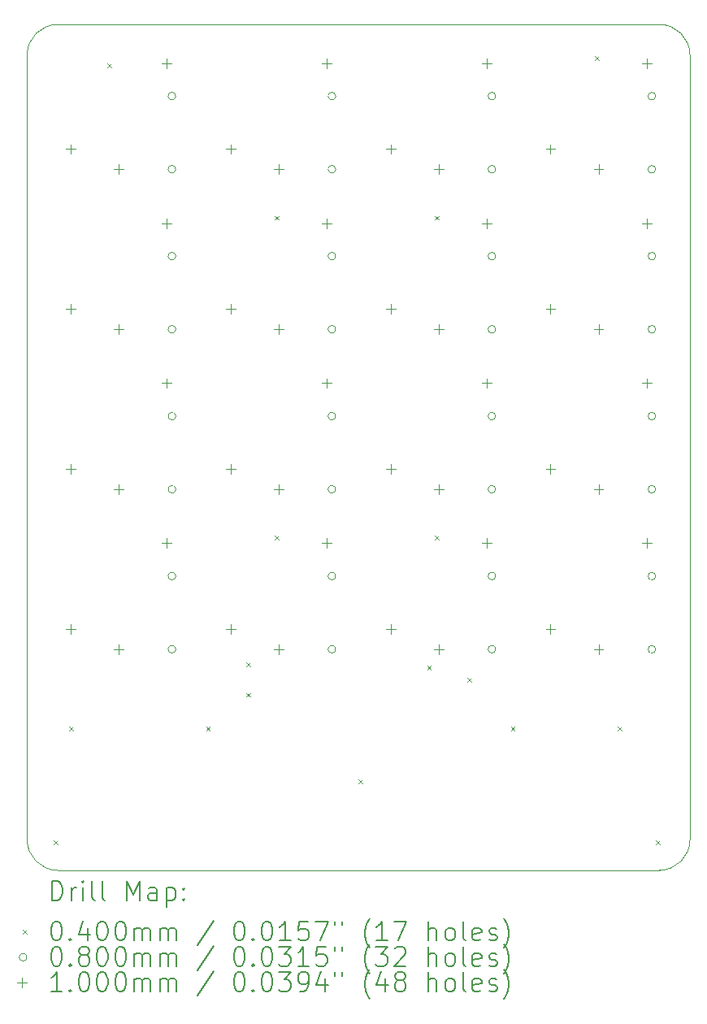
<source format=gbr>
%TF.GenerationSoftware,KiCad,Pcbnew,7.0.11*%
%TF.CreationDate,2024-09-14T12:46:11+02:00*%
%TF.ProjectId,macropad,6d616372-6f70-4616-942e-6b696361645f,rev?*%
%TF.SameCoordinates,Original*%
%TF.FileFunction,Drillmap*%
%TF.FilePolarity,Positive*%
%FSLAX45Y45*%
G04 Gerber Fmt 4.5, Leading zero omitted, Abs format (unit mm)*
G04 Created by KiCad (PCBNEW 7.0.11) date 2024-09-14 12:46:11*
%MOMM*%
%LPD*%
G01*
G04 APERTURE LIST*
%ADD10C,0.050000*%
%ADD11C,0.200000*%
%ADD12C,0.100000*%
G04 APERTURE END LIST*
D10*
X18673445Y-5287645D02*
X12402820Y-5287645D01*
X18673445Y-14098275D02*
G75*
G03*
X18990945Y-13780770I-5J317505D01*
G01*
X12085320Y-5605145D02*
X12085320Y-13780770D01*
X18990945Y-5605145D02*
G75*
G03*
X18673445Y-5287645I-317495J5D01*
G01*
X18990945Y-13780770D02*
X18990945Y-5605145D01*
X12085320Y-13780770D02*
G75*
G03*
X12402820Y-14098270I317510J10D01*
G01*
X12402820Y-14098270D02*
X18673445Y-14098270D01*
X12402820Y-5287650D02*
G75*
G03*
X12085320Y-5605145I0J-317500D01*
G01*
D11*
D12*
X12362500Y-13791250D02*
X12402500Y-13831250D01*
X12402500Y-13791250D02*
X12362500Y-13831250D01*
X12521250Y-12600625D02*
X12561250Y-12640625D01*
X12561250Y-12600625D02*
X12521250Y-12640625D01*
X12918125Y-5695000D02*
X12958125Y-5735000D01*
X12958125Y-5695000D02*
X12918125Y-5735000D01*
X13950000Y-12600625D02*
X13990000Y-12640625D01*
X13990000Y-12600625D02*
X13950000Y-12640625D01*
X14367195Y-11935145D02*
X14407195Y-11975145D01*
X14407195Y-11935145D02*
X14367195Y-11975145D01*
X14367195Y-12252645D02*
X14407195Y-12292645D01*
X14407195Y-12252645D02*
X14367195Y-12292645D01*
X14664375Y-7282500D02*
X14704375Y-7322500D01*
X14704375Y-7282500D02*
X14664375Y-7322500D01*
X14664375Y-10616250D02*
X14704375Y-10656250D01*
X14704375Y-10616250D02*
X14664375Y-10656250D01*
X15537500Y-13156250D02*
X15577500Y-13196250D01*
X15577500Y-13156250D02*
X15537500Y-13196250D01*
X16251875Y-11965625D02*
X16291875Y-12005625D01*
X16291875Y-11965625D02*
X16251875Y-12005625D01*
X16331250Y-7282500D02*
X16371250Y-7322500D01*
X16371250Y-7282500D02*
X16331250Y-7322500D01*
X16331250Y-10616250D02*
X16371250Y-10656250D01*
X16371250Y-10616250D02*
X16331250Y-10656250D01*
X16669070Y-12093895D02*
X16709070Y-12133895D01*
X16709070Y-12093895D02*
X16669070Y-12133895D01*
X17125000Y-12600625D02*
X17165000Y-12640625D01*
X17165000Y-12600625D02*
X17125000Y-12640625D01*
X17998125Y-5615625D02*
X18038125Y-5655625D01*
X18038125Y-5615625D02*
X17998125Y-5655625D01*
X18236250Y-12600625D02*
X18276250Y-12640625D01*
X18276250Y-12600625D02*
X18236250Y-12640625D01*
X18633125Y-13791250D02*
X18673125Y-13831250D01*
X18673125Y-13791250D02*
X18633125Y-13831250D01*
X13633445Y-6033770D02*
G75*
G03*
X13553445Y-6033770I-40000J0D01*
G01*
X13553445Y-6033770D02*
G75*
G03*
X13633445Y-6033770I40000J0D01*
G01*
X13633445Y-6795770D02*
G75*
G03*
X13553445Y-6795770I-40000J0D01*
G01*
X13553445Y-6795770D02*
G75*
G03*
X13633445Y-6795770I40000J0D01*
G01*
X13633445Y-7700645D02*
G75*
G03*
X13553445Y-7700645I-40000J0D01*
G01*
X13553445Y-7700645D02*
G75*
G03*
X13633445Y-7700645I40000J0D01*
G01*
X13633445Y-8462645D02*
G75*
G03*
X13553445Y-8462645I-40000J0D01*
G01*
X13553445Y-8462645D02*
G75*
G03*
X13633445Y-8462645I40000J0D01*
G01*
X13633445Y-9367520D02*
G75*
G03*
X13553445Y-9367520I-40000J0D01*
G01*
X13553445Y-9367520D02*
G75*
G03*
X13633445Y-9367520I40000J0D01*
G01*
X13633445Y-10129520D02*
G75*
G03*
X13553445Y-10129520I-40000J0D01*
G01*
X13553445Y-10129520D02*
G75*
G03*
X13633445Y-10129520I40000J0D01*
G01*
X13633445Y-11034395D02*
G75*
G03*
X13553445Y-11034395I-40000J0D01*
G01*
X13553445Y-11034395D02*
G75*
G03*
X13633445Y-11034395I40000J0D01*
G01*
X13633445Y-11796395D02*
G75*
G03*
X13553445Y-11796395I-40000J0D01*
G01*
X13553445Y-11796395D02*
G75*
G03*
X13633445Y-11796395I40000J0D01*
G01*
X15300320Y-6033770D02*
G75*
G03*
X15220320Y-6033770I-40000J0D01*
G01*
X15220320Y-6033770D02*
G75*
G03*
X15300320Y-6033770I40000J0D01*
G01*
X15300320Y-6795770D02*
G75*
G03*
X15220320Y-6795770I-40000J0D01*
G01*
X15220320Y-6795770D02*
G75*
G03*
X15300320Y-6795770I40000J0D01*
G01*
X15300320Y-7700645D02*
G75*
G03*
X15220320Y-7700645I-40000J0D01*
G01*
X15220320Y-7700645D02*
G75*
G03*
X15300320Y-7700645I40000J0D01*
G01*
X15300320Y-8462645D02*
G75*
G03*
X15220320Y-8462645I-40000J0D01*
G01*
X15220320Y-8462645D02*
G75*
G03*
X15300320Y-8462645I40000J0D01*
G01*
X15300320Y-9367520D02*
G75*
G03*
X15220320Y-9367520I-40000J0D01*
G01*
X15220320Y-9367520D02*
G75*
G03*
X15300320Y-9367520I40000J0D01*
G01*
X15300320Y-10129520D02*
G75*
G03*
X15220320Y-10129520I-40000J0D01*
G01*
X15220320Y-10129520D02*
G75*
G03*
X15300320Y-10129520I40000J0D01*
G01*
X15300320Y-11034395D02*
G75*
G03*
X15220320Y-11034395I-40000J0D01*
G01*
X15220320Y-11034395D02*
G75*
G03*
X15300320Y-11034395I40000J0D01*
G01*
X15300320Y-11796395D02*
G75*
G03*
X15220320Y-11796395I-40000J0D01*
G01*
X15220320Y-11796395D02*
G75*
G03*
X15300320Y-11796395I40000J0D01*
G01*
X16967195Y-6033770D02*
G75*
G03*
X16887195Y-6033770I-40000J0D01*
G01*
X16887195Y-6033770D02*
G75*
G03*
X16967195Y-6033770I40000J0D01*
G01*
X16967195Y-6795770D02*
G75*
G03*
X16887195Y-6795770I-40000J0D01*
G01*
X16887195Y-6795770D02*
G75*
G03*
X16967195Y-6795770I40000J0D01*
G01*
X16967195Y-7700645D02*
G75*
G03*
X16887195Y-7700645I-40000J0D01*
G01*
X16887195Y-7700645D02*
G75*
G03*
X16967195Y-7700645I40000J0D01*
G01*
X16967195Y-8462645D02*
G75*
G03*
X16887195Y-8462645I-40000J0D01*
G01*
X16887195Y-8462645D02*
G75*
G03*
X16967195Y-8462645I40000J0D01*
G01*
X16967195Y-9367520D02*
G75*
G03*
X16887195Y-9367520I-40000J0D01*
G01*
X16887195Y-9367520D02*
G75*
G03*
X16967195Y-9367520I40000J0D01*
G01*
X16967195Y-10129520D02*
G75*
G03*
X16887195Y-10129520I-40000J0D01*
G01*
X16887195Y-10129520D02*
G75*
G03*
X16967195Y-10129520I40000J0D01*
G01*
X16967195Y-11034395D02*
G75*
G03*
X16887195Y-11034395I-40000J0D01*
G01*
X16887195Y-11034395D02*
G75*
G03*
X16967195Y-11034395I40000J0D01*
G01*
X16967195Y-11796395D02*
G75*
G03*
X16887195Y-11796395I-40000J0D01*
G01*
X16887195Y-11796395D02*
G75*
G03*
X16967195Y-11796395I40000J0D01*
G01*
X18634070Y-6033770D02*
G75*
G03*
X18554070Y-6033770I-40000J0D01*
G01*
X18554070Y-6033770D02*
G75*
G03*
X18634070Y-6033770I40000J0D01*
G01*
X18634070Y-6795770D02*
G75*
G03*
X18554070Y-6795770I-40000J0D01*
G01*
X18554070Y-6795770D02*
G75*
G03*
X18634070Y-6795770I40000J0D01*
G01*
X18634070Y-7700645D02*
G75*
G03*
X18554070Y-7700645I-40000J0D01*
G01*
X18554070Y-7700645D02*
G75*
G03*
X18634070Y-7700645I40000J0D01*
G01*
X18634070Y-8462645D02*
G75*
G03*
X18554070Y-8462645I-40000J0D01*
G01*
X18554070Y-8462645D02*
G75*
G03*
X18634070Y-8462645I40000J0D01*
G01*
X18634070Y-9367520D02*
G75*
G03*
X18554070Y-9367520I-40000J0D01*
G01*
X18554070Y-9367520D02*
G75*
G03*
X18634070Y-9367520I40000J0D01*
G01*
X18634070Y-10129520D02*
G75*
G03*
X18554070Y-10129520I-40000J0D01*
G01*
X18554070Y-10129520D02*
G75*
G03*
X18634070Y-10129520I40000J0D01*
G01*
X18634070Y-11034395D02*
G75*
G03*
X18554070Y-11034395I-40000J0D01*
G01*
X18554070Y-11034395D02*
G75*
G03*
X18634070Y-11034395I40000J0D01*
G01*
X18634070Y-11796395D02*
G75*
G03*
X18554070Y-11796395I-40000J0D01*
G01*
X18554070Y-11796395D02*
G75*
G03*
X18634070Y-11796395I40000J0D01*
G01*
X12537820Y-6535770D02*
X12537820Y-6635770D01*
X12487820Y-6585770D02*
X12587820Y-6585770D01*
X12537820Y-8202645D02*
X12537820Y-8302645D01*
X12487820Y-8252645D02*
X12587820Y-8252645D01*
X12537820Y-9869520D02*
X12537820Y-9969520D01*
X12487820Y-9919520D02*
X12587820Y-9919520D01*
X12537820Y-11536395D02*
X12537820Y-11636395D01*
X12487820Y-11586395D02*
X12587820Y-11586395D01*
X13037820Y-6745770D02*
X13037820Y-6845770D01*
X12987820Y-6795770D02*
X13087820Y-6795770D01*
X13037820Y-8412645D02*
X13037820Y-8512645D01*
X12987820Y-8462645D02*
X13087820Y-8462645D01*
X13037820Y-10079520D02*
X13037820Y-10179520D01*
X12987820Y-10129520D02*
X13087820Y-10129520D01*
X13037820Y-11746395D02*
X13037820Y-11846395D01*
X12987820Y-11796395D02*
X13087820Y-11796395D01*
X13537820Y-5640770D02*
X13537820Y-5740770D01*
X13487820Y-5690770D02*
X13587820Y-5690770D01*
X13537820Y-7307645D02*
X13537820Y-7407645D01*
X13487820Y-7357645D02*
X13587820Y-7357645D01*
X13537820Y-8974520D02*
X13537820Y-9074520D01*
X13487820Y-9024520D02*
X13587820Y-9024520D01*
X13537820Y-10641395D02*
X13537820Y-10741395D01*
X13487820Y-10691395D02*
X13587820Y-10691395D01*
X14204695Y-6535770D02*
X14204695Y-6635770D01*
X14154695Y-6585770D02*
X14254695Y-6585770D01*
X14204695Y-8202645D02*
X14204695Y-8302645D01*
X14154695Y-8252645D02*
X14254695Y-8252645D01*
X14204695Y-9869520D02*
X14204695Y-9969520D01*
X14154695Y-9919520D02*
X14254695Y-9919520D01*
X14204695Y-11536395D02*
X14204695Y-11636395D01*
X14154695Y-11586395D02*
X14254695Y-11586395D01*
X14704695Y-6745770D02*
X14704695Y-6845770D01*
X14654695Y-6795770D02*
X14754695Y-6795770D01*
X14704695Y-8412645D02*
X14704695Y-8512645D01*
X14654695Y-8462645D02*
X14754695Y-8462645D01*
X14704695Y-10079520D02*
X14704695Y-10179520D01*
X14654695Y-10129520D02*
X14754695Y-10129520D01*
X14704695Y-11746395D02*
X14704695Y-11846395D01*
X14654695Y-11796395D02*
X14754695Y-11796395D01*
X15204695Y-5640770D02*
X15204695Y-5740770D01*
X15154695Y-5690770D02*
X15254695Y-5690770D01*
X15204695Y-7307645D02*
X15204695Y-7407645D01*
X15154695Y-7357645D02*
X15254695Y-7357645D01*
X15204695Y-8974520D02*
X15204695Y-9074520D01*
X15154695Y-9024520D02*
X15254695Y-9024520D01*
X15204695Y-10641395D02*
X15204695Y-10741395D01*
X15154695Y-10691395D02*
X15254695Y-10691395D01*
X15871570Y-6535770D02*
X15871570Y-6635770D01*
X15821570Y-6585770D02*
X15921570Y-6585770D01*
X15871570Y-8202645D02*
X15871570Y-8302645D01*
X15821570Y-8252645D02*
X15921570Y-8252645D01*
X15871570Y-9869520D02*
X15871570Y-9969520D01*
X15821570Y-9919520D02*
X15921570Y-9919520D01*
X15871570Y-11536395D02*
X15871570Y-11636395D01*
X15821570Y-11586395D02*
X15921570Y-11586395D01*
X16371570Y-6745770D02*
X16371570Y-6845770D01*
X16321570Y-6795770D02*
X16421570Y-6795770D01*
X16371570Y-8412645D02*
X16371570Y-8512645D01*
X16321570Y-8462645D02*
X16421570Y-8462645D01*
X16371570Y-10079520D02*
X16371570Y-10179520D01*
X16321570Y-10129520D02*
X16421570Y-10129520D01*
X16371570Y-11746395D02*
X16371570Y-11846395D01*
X16321570Y-11796395D02*
X16421570Y-11796395D01*
X16871570Y-5640770D02*
X16871570Y-5740770D01*
X16821570Y-5690770D02*
X16921570Y-5690770D01*
X16871570Y-7307645D02*
X16871570Y-7407645D01*
X16821570Y-7357645D02*
X16921570Y-7357645D01*
X16871570Y-8974520D02*
X16871570Y-9074520D01*
X16821570Y-9024520D02*
X16921570Y-9024520D01*
X16871570Y-10641395D02*
X16871570Y-10741395D01*
X16821570Y-10691395D02*
X16921570Y-10691395D01*
X17538445Y-6535770D02*
X17538445Y-6635770D01*
X17488445Y-6585770D02*
X17588445Y-6585770D01*
X17538445Y-8202645D02*
X17538445Y-8302645D01*
X17488445Y-8252645D02*
X17588445Y-8252645D01*
X17538445Y-9869520D02*
X17538445Y-9969520D01*
X17488445Y-9919520D02*
X17588445Y-9919520D01*
X17538445Y-11536395D02*
X17538445Y-11636395D01*
X17488445Y-11586395D02*
X17588445Y-11586395D01*
X18038445Y-6745770D02*
X18038445Y-6845770D01*
X17988445Y-6795770D02*
X18088445Y-6795770D01*
X18038445Y-8412645D02*
X18038445Y-8512645D01*
X17988445Y-8462645D02*
X18088445Y-8462645D01*
X18038445Y-10079520D02*
X18038445Y-10179520D01*
X17988445Y-10129520D02*
X18088445Y-10129520D01*
X18038445Y-11746395D02*
X18038445Y-11846395D01*
X17988445Y-11796395D02*
X18088445Y-11796395D01*
X18538445Y-5640770D02*
X18538445Y-5740770D01*
X18488445Y-5690770D02*
X18588445Y-5690770D01*
X18538445Y-7307645D02*
X18538445Y-7407645D01*
X18488445Y-7357645D02*
X18588445Y-7357645D01*
X18538445Y-8974520D02*
X18538445Y-9074520D01*
X18488445Y-9024520D02*
X18588445Y-9024520D01*
X18538445Y-10641395D02*
X18538445Y-10741395D01*
X18488445Y-10691395D02*
X18588445Y-10691395D01*
D11*
X12343597Y-14412254D02*
X12343597Y-14212254D01*
X12343597Y-14212254D02*
X12391216Y-14212254D01*
X12391216Y-14212254D02*
X12419787Y-14221778D01*
X12419787Y-14221778D02*
X12438835Y-14240825D01*
X12438835Y-14240825D02*
X12448359Y-14259873D01*
X12448359Y-14259873D02*
X12457882Y-14297968D01*
X12457882Y-14297968D02*
X12457882Y-14326539D01*
X12457882Y-14326539D02*
X12448359Y-14364635D01*
X12448359Y-14364635D02*
X12438835Y-14383682D01*
X12438835Y-14383682D02*
X12419787Y-14402730D01*
X12419787Y-14402730D02*
X12391216Y-14412254D01*
X12391216Y-14412254D02*
X12343597Y-14412254D01*
X12543597Y-14412254D02*
X12543597Y-14278920D01*
X12543597Y-14317016D02*
X12553121Y-14297968D01*
X12553121Y-14297968D02*
X12562644Y-14288444D01*
X12562644Y-14288444D02*
X12581692Y-14278920D01*
X12581692Y-14278920D02*
X12600740Y-14278920D01*
X12667406Y-14412254D02*
X12667406Y-14278920D01*
X12667406Y-14212254D02*
X12657882Y-14221778D01*
X12657882Y-14221778D02*
X12667406Y-14231301D01*
X12667406Y-14231301D02*
X12676930Y-14221778D01*
X12676930Y-14221778D02*
X12667406Y-14212254D01*
X12667406Y-14212254D02*
X12667406Y-14231301D01*
X12791216Y-14412254D02*
X12772168Y-14402730D01*
X12772168Y-14402730D02*
X12762644Y-14383682D01*
X12762644Y-14383682D02*
X12762644Y-14212254D01*
X12895978Y-14412254D02*
X12876930Y-14402730D01*
X12876930Y-14402730D02*
X12867406Y-14383682D01*
X12867406Y-14383682D02*
X12867406Y-14212254D01*
X13124549Y-14412254D02*
X13124549Y-14212254D01*
X13124549Y-14212254D02*
X13191216Y-14355111D01*
X13191216Y-14355111D02*
X13257882Y-14212254D01*
X13257882Y-14212254D02*
X13257882Y-14412254D01*
X13438835Y-14412254D02*
X13438835Y-14307492D01*
X13438835Y-14307492D02*
X13429311Y-14288444D01*
X13429311Y-14288444D02*
X13410263Y-14278920D01*
X13410263Y-14278920D02*
X13372168Y-14278920D01*
X13372168Y-14278920D02*
X13353121Y-14288444D01*
X13438835Y-14402730D02*
X13419787Y-14412254D01*
X13419787Y-14412254D02*
X13372168Y-14412254D01*
X13372168Y-14412254D02*
X13353121Y-14402730D01*
X13353121Y-14402730D02*
X13343597Y-14383682D01*
X13343597Y-14383682D02*
X13343597Y-14364635D01*
X13343597Y-14364635D02*
X13353121Y-14345587D01*
X13353121Y-14345587D02*
X13372168Y-14336063D01*
X13372168Y-14336063D02*
X13419787Y-14336063D01*
X13419787Y-14336063D02*
X13438835Y-14326539D01*
X13534073Y-14278920D02*
X13534073Y-14478920D01*
X13534073Y-14288444D02*
X13553121Y-14278920D01*
X13553121Y-14278920D02*
X13591216Y-14278920D01*
X13591216Y-14278920D02*
X13610263Y-14288444D01*
X13610263Y-14288444D02*
X13619787Y-14297968D01*
X13619787Y-14297968D02*
X13629311Y-14317016D01*
X13629311Y-14317016D02*
X13629311Y-14374158D01*
X13629311Y-14374158D02*
X13619787Y-14393206D01*
X13619787Y-14393206D02*
X13610263Y-14402730D01*
X13610263Y-14402730D02*
X13591216Y-14412254D01*
X13591216Y-14412254D02*
X13553121Y-14412254D01*
X13553121Y-14412254D02*
X13534073Y-14402730D01*
X13715025Y-14393206D02*
X13724549Y-14402730D01*
X13724549Y-14402730D02*
X13715025Y-14412254D01*
X13715025Y-14412254D02*
X13705502Y-14402730D01*
X13705502Y-14402730D02*
X13715025Y-14393206D01*
X13715025Y-14393206D02*
X13715025Y-14412254D01*
X13715025Y-14288444D02*
X13724549Y-14297968D01*
X13724549Y-14297968D02*
X13715025Y-14307492D01*
X13715025Y-14307492D02*
X13705502Y-14297968D01*
X13705502Y-14297968D02*
X13715025Y-14288444D01*
X13715025Y-14288444D02*
X13715025Y-14307492D01*
D12*
X12042820Y-14720770D02*
X12082820Y-14760770D01*
X12082820Y-14720770D02*
X12042820Y-14760770D01*
D11*
X12381692Y-14632254D02*
X12400740Y-14632254D01*
X12400740Y-14632254D02*
X12419787Y-14641778D01*
X12419787Y-14641778D02*
X12429311Y-14651301D01*
X12429311Y-14651301D02*
X12438835Y-14670349D01*
X12438835Y-14670349D02*
X12448359Y-14708444D01*
X12448359Y-14708444D02*
X12448359Y-14756063D01*
X12448359Y-14756063D02*
X12438835Y-14794158D01*
X12438835Y-14794158D02*
X12429311Y-14813206D01*
X12429311Y-14813206D02*
X12419787Y-14822730D01*
X12419787Y-14822730D02*
X12400740Y-14832254D01*
X12400740Y-14832254D02*
X12381692Y-14832254D01*
X12381692Y-14832254D02*
X12362644Y-14822730D01*
X12362644Y-14822730D02*
X12353121Y-14813206D01*
X12353121Y-14813206D02*
X12343597Y-14794158D01*
X12343597Y-14794158D02*
X12334073Y-14756063D01*
X12334073Y-14756063D02*
X12334073Y-14708444D01*
X12334073Y-14708444D02*
X12343597Y-14670349D01*
X12343597Y-14670349D02*
X12353121Y-14651301D01*
X12353121Y-14651301D02*
X12362644Y-14641778D01*
X12362644Y-14641778D02*
X12381692Y-14632254D01*
X12534073Y-14813206D02*
X12543597Y-14822730D01*
X12543597Y-14822730D02*
X12534073Y-14832254D01*
X12534073Y-14832254D02*
X12524549Y-14822730D01*
X12524549Y-14822730D02*
X12534073Y-14813206D01*
X12534073Y-14813206D02*
X12534073Y-14832254D01*
X12715025Y-14698920D02*
X12715025Y-14832254D01*
X12667406Y-14622730D02*
X12619787Y-14765587D01*
X12619787Y-14765587D02*
X12743597Y-14765587D01*
X12857882Y-14632254D02*
X12876930Y-14632254D01*
X12876930Y-14632254D02*
X12895978Y-14641778D01*
X12895978Y-14641778D02*
X12905502Y-14651301D01*
X12905502Y-14651301D02*
X12915025Y-14670349D01*
X12915025Y-14670349D02*
X12924549Y-14708444D01*
X12924549Y-14708444D02*
X12924549Y-14756063D01*
X12924549Y-14756063D02*
X12915025Y-14794158D01*
X12915025Y-14794158D02*
X12905502Y-14813206D01*
X12905502Y-14813206D02*
X12895978Y-14822730D01*
X12895978Y-14822730D02*
X12876930Y-14832254D01*
X12876930Y-14832254D02*
X12857882Y-14832254D01*
X12857882Y-14832254D02*
X12838835Y-14822730D01*
X12838835Y-14822730D02*
X12829311Y-14813206D01*
X12829311Y-14813206D02*
X12819787Y-14794158D01*
X12819787Y-14794158D02*
X12810263Y-14756063D01*
X12810263Y-14756063D02*
X12810263Y-14708444D01*
X12810263Y-14708444D02*
X12819787Y-14670349D01*
X12819787Y-14670349D02*
X12829311Y-14651301D01*
X12829311Y-14651301D02*
X12838835Y-14641778D01*
X12838835Y-14641778D02*
X12857882Y-14632254D01*
X13048359Y-14632254D02*
X13067406Y-14632254D01*
X13067406Y-14632254D02*
X13086454Y-14641778D01*
X13086454Y-14641778D02*
X13095978Y-14651301D01*
X13095978Y-14651301D02*
X13105502Y-14670349D01*
X13105502Y-14670349D02*
X13115025Y-14708444D01*
X13115025Y-14708444D02*
X13115025Y-14756063D01*
X13115025Y-14756063D02*
X13105502Y-14794158D01*
X13105502Y-14794158D02*
X13095978Y-14813206D01*
X13095978Y-14813206D02*
X13086454Y-14822730D01*
X13086454Y-14822730D02*
X13067406Y-14832254D01*
X13067406Y-14832254D02*
X13048359Y-14832254D01*
X13048359Y-14832254D02*
X13029311Y-14822730D01*
X13029311Y-14822730D02*
X13019787Y-14813206D01*
X13019787Y-14813206D02*
X13010263Y-14794158D01*
X13010263Y-14794158D02*
X13000740Y-14756063D01*
X13000740Y-14756063D02*
X13000740Y-14708444D01*
X13000740Y-14708444D02*
X13010263Y-14670349D01*
X13010263Y-14670349D02*
X13019787Y-14651301D01*
X13019787Y-14651301D02*
X13029311Y-14641778D01*
X13029311Y-14641778D02*
X13048359Y-14632254D01*
X13200740Y-14832254D02*
X13200740Y-14698920D01*
X13200740Y-14717968D02*
X13210263Y-14708444D01*
X13210263Y-14708444D02*
X13229311Y-14698920D01*
X13229311Y-14698920D02*
X13257883Y-14698920D01*
X13257883Y-14698920D02*
X13276930Y-14708444D01*
X13276930Y-14708444D02*
X13286454Y-14727492D01*
X13286454Y-14727492D02*
X13286454Y-14832254D01*
X13286454Y-14727492D02*
X13295978Y-14708444D01*
X13295978Y-14708444D02*
X13315025Y-14698920D01*
X13315025Y-14698920D02*
X13343597Y-14698920D01*
X13343597Y-14698920D02*
X13362644Y-14708444D01*
X13362644Y-14708444D02*
X13372168Y-14727492D01*
X13372168Y-14727492D02*
X13372168Y-14832254D01*
X13467406Y-14832254D02*
X13467406Y-14698920D01*
X13467406Y-14717968D02*
X13476930Y-14708444D01*
X13476930Y-14708444D02*
X13495978Y-14698920D01*
X13495978Y-14698920D02*
X13524549Y-14698920D01*
X13524549Y-14698920D02*
X13543597Y-14708444D01*
X13543597Y-14708444D02*
X13553121Y-14727492D01*
X13553121Y-14727492D02*
X13553121Y-14832254D01*
X13553121Y-14727492D02*
X13562644Y-14708444D01*
X13562644Y-14708444D02*
X13581692Y-14698920D01*
X13581692Y-14698920D02*
X13610263Y-14698920D01*
X13610263Y-14698920D02*
X13629311Y-14708444D01*
X13629311Y-14708444D02*
X13638835Y-14727492D01*
X13638835Y-14727492D02*
X13638835Y-14832254D01*
X14029311Y-14622730D02*
X13857883Y-14879873D01*
X14286454Y-14632254D02*
X14305502Y-14632254D01*
X14305502Y-14632254D02*
X14324549Y-14641778D01*
X14324549Y-14641778D02*
X14334073Y-14651301D01*
X14334073Y-14651301D02*
X14343597Y-14670349D01*
X14343597Y-14670349D02*
X14353121Y-14708444D01*
X14353121Y-14708444D02*
X14353121Y-14756063D01*
X14353121Y-14756063D02*
X14343597Y-14794158D01*
X14343597Y-14794158D02*
X14334073Y-14813206D01*
X14334073Y-14813206D02*
X14324549Y-14822730D01*
X14324549Y-14822730D02*
X14305502Y-14832254D01*
X14305502Y-14832254D02*
X14286454Y-14832254D01*
X14286454Y-14832254D02*
X14267406Y-14822730D01*
X14267406Y-14822730D02*
X14257883Y-14813206D01*
X14257883Y-14813206D02*
X14248359Y-14794158D01*
X14248359Y-14794158D02*
X14238835Y-14756063D01*
X14238835Y-14756063D02*
X14238835Y-14708444D01*
X14238835Y-14708444D02*
X14248359Y-14670349D01*
X14248359Y-14670349D02*
X14257883Y-14651301D01*
X14257883Y-14651301D02*
X14267406Y-14641778D01*
X14267406Y-14641778D02*
X14286454Y-14632254D01*
X14438835Y-14813206D02*
X14448359Y-14822730D01*
X14448359Y-14822730D02*
X14438835Y-14832254D01*
X14438835Y-14832254D02*
X14429311Y-14822730D01*
X14429311Y-14822730D02*
X14438835Y-14813206D01*
X14438835Y-14813206D02*
X14438835Y-14832254D01*
X14572168Y-14632254D02*
X14591216Y-14632254D01*
X14591216Y-14632254D02*
X14610264Y-14641778D01*
X14610264Y-14641778D02*
X14619787Y-14651301D01*
X14619787Y-14651301D02*
X14629311Y-14670349D01*
X14629311Y-14670349D02*
X14638835Y-14708444D01*
X14638835Y-14708444D02*
X14638835Y-14756063D01*
X14638835Y-14756063D02*
X14629311Y-14794158D01*
X14629311Y-14794158D02*
X14619787Y-14813206D01*
X14619787Y-14813206D02*
X14610264Y-14822730D01*
X14610264Y-14822730D02*
X14591216Y-14832254D01*
X14591216Y-14832254D02*
X14572168Y-14832254D01*
X14572168Y-14832254D02*
X14553121Y-14822730D01*
X14553121Y-14822730D02*
X14543597Y-14813206D01*
X14543597Y-14813206D02*
X14534073Y-14794158D01*
X14534073Y-14794158D02*
X14524549Y-14756063D01*
X14524549Y-14756063D02*
X14524549Y-14708444D01*
X14524549Y-14708444D02*
X14534073Y-14670349D01*
X14534073Y-14670349D02*
X14543597Y-14651301D01*
X14543597Y-14651301D02*
X14553121Y-14641778D01*
X14553121Y-14641778D02*
X14572168Y-14632254D01*
X14829311Y-14832254D02*
X14715026Y-14832254D01*
X14772168Y-14832254D02*
X14772168Y-14632254D01*
X14772168Y-14632254D02*
X14753121Y-14660825D01*
X14753121Y-14660825D02*
X14734073Y-14679873D01*
X14734073Y-14679873D02*
X14715026Y-14689397D01*
X15010264Y-14632254D02*
X14915026Y-14632254D01*
X14915026Y-14632254D02*
X14905502Y-14727492D01*
X14905502Y-14727492D02*
X14915026Y-14717968D01*
X14915026Y-14717968D02*
X14934073Y-14708444D01*
X14934073Y-14708444D02*
X14981692Y-14708444D01*
X14981692Y-14708444D02*
X15000740Y-14717968D01*
X15000740Y-14717968D02*
X15010264Y-14727492D01*
X15010264Y-14727492D02*
X15019787Y-14746539D01*
X15019787Y-14746539D02*
X15019787Y-14794158D01*
X15019787Y-14794158D02*
X15010264Y-14813206D01*
X15010264Y-14813206D02*
X15000740Y-14822730D01*
X15000740Y-14822730D02*
X14981692Y-14832254D01*
X14981692Y-14832254D02*
X14934073Y-14832254D01*
X14934073Y-14832254D02*
X14915026Y-14822730D01*
X14915026Y-14822730D02*
X14905502Y-14813206D01*
X15086454Y-14632254D02*
X15219787Y-14632254D01*
X15219787Y-14632254D02*
X15134073Y-14832254D01*
X15286454Y-14632254D02*
X15286454Y-14670349D01*
X15362645Y-14632254D02*
X15362645Y-14670349D01*
X15657883Y-14908444D02*
X15648359Y-14898920D01*
X15648359Y-14898920D02*
X15629311Y-14870349D01*
X15629311Y-14870349D02*
X15619788Y-14851301D01*
X15619788Y-14851301D02*
X15610264Y-14822730D01*
X15610264Y-14822730D02*
X15600740Y-14775111D01*
X15600740Y-14775111D02*
X15600740Y-14737016D01*
X15600740Y-14737016D02*
X15610264Y-14689397D01*
X15610264Y-14689397D02*
X15619788Y-14660825D01*
X15619788Y-14660825D02*
X15629311Y-14641778D01*
X15629311Y-14641778D02*
X15648359Y-14613206D01*
X15648359Y-14613206D02*
X15657883Y-14603682D01*
X15838835Y-14832254D02*
X15724549Y-14832254D01*
X15781692Y-14832254D02*
X15781692Y-14632254D01*
X15781692Y-14632254D02*
X15762645Y-14660825D01*
X15762645Y-14660825D02*
X15743597Y-14679873D01*
X15743597Y-14679873D02*
X15724549Y-14689397D01*
X15905502Y-14632254D02*
X16038835Y-14632254D01*
X16038835Y-14632254D02*
X15953121Y-14832254D01*
X16267407Y-14832254D02*
X16267407Y-14632254D01*
X16353121Y-14832254D02*
X16353121Y-14727492D01*
X16353121Y-14727492D02*
X16343597Y-14708444D01*
X16343597Y-14708444D02*
X16324550Y-14698920D01*
X16324550Y-14698920D02*
X16295978Y-14698920D01*
X16295978Y-14698920D02*
X16276930Y-14708444D01*
X16276930Y-14708444D02*
X16267407Y-14717968D01*
X16476930Y-14832254D02*
X16457883Y-14822730D01*
X16457883Y-14822730D02*
X16448359Y-14813206D01*
X16448359Y-14813206D02*
X16438835Y-14794158D01*
X16438835Y-14794158D02*
X16438835Y-14737016D01*
X16438835Y-14737016D02*
X16448359Y-14717968D01*
X16448359Y-14717968D02*
X16457883Y-14708444D01*
X16457883Y-14708444D02*
X16476930Y-14698920D01*
X16476930Y-14698920D02*
X16505502Y-14698920D01*
X16505502Y-14698920D02*
X16524550Y-14708444D01*
X16524550Y-14708444D02*
X16534073Y-14717968D01*
X16534073Y-14717968D02*
X16543597Y-14737016D01*
X16543597Y-14737016D02*
X16543597Y-14794158D01*
X16543597Y-14794158D02*
X16534073Y-14813206D01*
X16534073Y-14813206D02*
X16524550Y-14822730D01*
X16524550Y-14822730D02*
X16505502Y-14832254D01*
X16505502Y-14832254D02*
X16476930Y-14832254D01*
X16657883Y-14832254D02*
X16638835Y-14822730D01*
X16638835Y-14822730D02*
X16629311Y-14803682D01*
X16629311Y-14803682D02*
X16629311Y-14632254D01*
X16810264Y-14822730D02*
X16791216Y-14832254D01*
X16791216Y-14832254D02*
X16753121Y-14832254D01*
X16753121Y-14832254D02*
X16734073Y-14822730D01*
X16734073Y-14822730D02*
X16724550Y-14803682D01*
X16724550Y-14803682D02*
X16724550Y-14727492D01*
X16724550Y-14727492D02*
X16734073Y-14708444D01*
X16734073Y-14708444D02*
X16753121Y-14698920D01*
X16753121Y-14698920D02*
X16791216Y-14698920D01*
X16791216Y-14698920D02*
X16810264Y-14708444D01*
X16810264Y-14708444D02*
X16819788Y-14727492D01*
X16819788Y-14727492D02*
X16819788Y-14746539D01*
X16819788Y-14746539D02*
X16724550Y-14765587D01*
X16895978Y-14822730D02*
X16915026Y-14832254D01*
X16915026Y-14832254D02*
X16953121Y-14832254D01*
X16953121Y-14832254D02*
X16972169Y-14822730D01*
X16972169Y-14822730D02*
X16981693Y-14803682D01*
X16981693Y-14803682D02*
X16981693Y-14794158D01*
X16981693Y-14794158D02*
X16972169Y-14775111D01*
X16972169Y-14775111D02*
X16953121Y-14765587D01*
X16953121Y-14765587D02*
X16924550Y-14765587D01*
X16924550Y-14765587D02*
X16905502Y-14756063D01*
X16905502Y-14756063D02*
X16895978Y-14737016D01*
X16895978Y-14737016D02*
X16895978Y-14727492D01*
X16895978Y-14727492D02*
X16905502Y-14708444D01*
X16905502Y-14708444D02*
X16924550Y-14698920D01*
X16924550Y-14698920D02*
X16953121Y-14698920D01*
X16953121Y-14698920D02*
X16972169Y-14708444D01*
X17048359Y-14908444D02*
X17057883Y-14898920D01*
X17057883Y-14898920D02*
X17076931Y-14870349D01*
X17076931Y-14870349D02*
X17086454Y-14851301D01*
X17086454Y-14851301D02*
X17095978Y-14822730D01*
X17095978Y-14822730D02*
X17105502Y-14775111D01*
X17105502Y-14775111D02*
X17105502Y-14737016D01*
X17105502Y-14737016D02*
X17095978Y-14689397D01*
X17095978Y-14689397D02*
X17086454Y-14660825D01*
X17086454Y-14660825D02*
X17076931Y-14641778D01*
X17076931Y-14641778D02*
X17057883Y-14613206D01*
X17057883Y-14613206D02*
X17048359Y-14603682D01*
D12*
X12082820Y-15004770D02*
G75*
G03*
X12002820Y-15004770I-40000J0D01*
G01*
X12002820Y-15004770D02*
G75*
G03*
X12082820Y-15004770I40000J0D01*
G01*
D11*
X12381692Y-14896254D02*
X12400740Y-14896254D01*
X12400740Y-14896254D02*
X12419787Y-14905778D01*
X12419787Y-14905778D02*
X12429311Y-14915301D01*
X12429311Y-14915301D02*
X12438835Y-14934349D01*
X12438835Y-14934349D02*
X12448359Y-14972444D01*
X12448359Y-14972444D02*
X12448359Y-15020063D01*
X12448359Y-15020063D02*
X12438835Y-15058158D01*
X12438835Y-15058158D02*
X12429311Y-15077206D01*
X12429311Y-15077206D02*
X12419787Y-15086730D01*
X12419787Y-15086730D02*
X12400740Y-15096254D01*
X12400740Y-15096254D02*
X12381692Y-15096254D01*
X12381692Y-15096254D02*
X12362644Y-15086730D01*
X12362644Y-15086730D02*
X12353121Y-15077206D01*
X12353121Y-15077206D02*
X12343597Y-15058158D01*
X12343597Y-15058158D02*
X12334073Y-15020063D01*
X12334073Y-15020063D02*
X12334073Y-14972444D01*
X12334073Y-14972444D02*
X12343597Y-14934349D01*
X12343597Y-14934349D02*
X12353121Y-14915301D01*
X12353121Y-14915301D02*
X12362644Y-14905778D01*
X12362644Y-14905778D02*
X12381692Y-14896254D01*
X12534073Y-15077206D02*
X12543597Y-15086730D01*
X12543597Y-15086730D02*
X12534073Y-15096254D01*
X12534073Y-15096254D02*
X12524549Y-15086730D01*
X12524549Y-15086730D02*
X12534073Y-15077206D01*
X12534073Y-15077206D02*
X12534073Y-15096254D01*
X12657882Y-14981968D02*
X12638835Y-14972444D01*
X12638835Y-14972444D02*
X12629311Y-14962920D01*
X12629311Y-14962920D02*
X12619787Y-14943873D01*
X12619787Y-14943873D02*
X12619787Y-14934349D01*
X12619787Y-14934349D02*
X12629311Y-14915301D01*
X12629311Y-14915301D02*
X12638835Y-14905778D01*
X12638835Y-14905778D02*
X12657882Y-14896254D01*
X12657882Y-14896254D02*
X12695978Y-14896254D01*
X12695978Y-14896254D02*
X12715025Y-14905778D01*
X12715025Y-14905778D02*
X12724549Y-14915301D01*
X12724549Y-14915301D02*
X12734073Y-14934349D01*
X12734073Y-14934349D02*
X12734073Y-14943873D01*
X12734073Y-14943873D02*
X12724549Y-14962920D01*
X12724549Y-14962920D02*
X12715025Y-14972444D01*
X12715025Y-14972444D02*
X12695978Y-14981968D01*
X12695978Y-14981968D02*
X12657882Y-14981968D01*
X12657882Y-14981968D02*
X12638835Y-14991492D01*
X12638835Y-14991492D02*
X12629311Y-15001016D01*
X12629311Y-15001016D02*
X12619787Y-15020063D01*
X12619787Y-15020063D02*
X12619787Y-15058158D01*
X12619787Y-15058158D02*
X12629311Y-15077206D01*
X12629311Y-15077206D02*
X12638835Y-15086730D01*
X12638835Y-15086730D02*
X12657882Y-15096254D01*
X12657882Y-15096254D02*
X12695978Y-15096254D01*
X12695978Y-15096254D02*
X12715025Y-15086730D01*
X12715025Y-15086730D02*
X12724549Y-15077206D01*
X12724549Y-15077206D02*
X12734073Y-15058158D01*
X12734073Y-15058158D02*
X12734073Y-15020063D01*
X12734073Y-15020063D02*
X12724549Y-15001016D01*
X12724549Y-15001016D02*
X12715025Y-14991492D01*
X12715025Y-14991492D02*
X12695978Y-14981968D01*
X12857882Y-14896254D02*
X12876930Y-14896254D01*
X12876930Y-14896254D02*
X12895978Y-14905778D01*
X12895978Y-14905778D02*
X12905502Y-14915301D01*
X12905502Y-14915301D02*
X12915025Y-14934349D01*
X12915025Y-14934349D02*
X12924549Y-14972444D01*
X12924549Y-14972444D02*
X12924549Y-15020063D01*
X12924549Y-15020063D02*
X12915025Y-15058158D01*
X12915025Y-15058158D02*
X12905502Y-15077206D01*
X12905502Y-15077206D02*
X12895978Y-15086730D01*
X12895978Y-15086730D02*
X12876930Y-15096254D01*
X12876930Y-15096254D02*
X12857882Y-15096254D01*
X12857882Y-15096254D02*
X12838835Y-15086730D01*
X12838835Y-15086730D02*
X12829311Y-15077206D01*
X12829311Y-15077206D02*
X12819787Y-15058158D01*
X12819787Y-15058158D02*
X12810263Y-15020063D01*
X12810263Y-15020063D02*
X12810263Y-14972444D01*
X12810263Y-14972444D02*
X12819787Y-14934349D01*
X12819787Y-14934349D02*
X12829311Y-14915301D01*
X12829311Y-14915301D02*
X12838835Y-14905778D01*
X12838835Y-14905778D02*
X12857882Y-14896254D01*
X13048359Y-14896254D02*
X13067406Y-14896254D01*
X13067406Y-14896254D02*
X13086454Y-14905778D01*
X13086454Y-14905778D02*
X13095978Y-14915301D01*
X13095978Y-14915301D02*
X13105502Y-14934349D01*
X13105502Y-14934349D02*
X13115025Y-14972444D01*
X13115025Y-14972444D02*
X13115025Y-15020063D01*
X13115025Y-15020063D02*
X13105502Y-15058158D01*
X13105502Y-15058158D02*
X13095978Y-15077206D01*
X13095978Y-15077206D02*
X13086454Y-15086730D01*
X13086454Y-15086730D02*
X13067406Y-15096254D01*
X13067406Y-15096254D02*
X13048359Y-15096254D01*
X13048359Y-15096254D02*
X13029311Y-15086730D01*
X13029311Y-15086730D02*
X13019787Y-15077206D01*
X13019787Y-15077206D02*
X13010263Y-15058158D01*
X13010263Y-15058158D02*
X13000740Y-15020063D01*
X13000740Y-15020063D02*
X13000740Y-14972444D01*
X13000740Y-14972444D02*
X13010263Y-14934349D01*
X13010263Y-14934349D02*
X13019787Y-14915301D01*
X13019787Y-14915301D02*
X13029311Y-14905778D01*
X13029311Y-14905778D02*
X13048359Y-14896254D01*
X13200740Y-15096254D02*
X13200740Y-14962920D01*
X13200740Y-14981968D02*
X13210263Y-14972444D01*
X13210263Y-14972444D02*
X13229311Y-14962920D01*
X13229311Y-14962920D02*
X13257883Y-14962920D01*
X13257883Y-14962920D02*
X13276930Y-14972444D01*
X13276930Y-14972444D02*
X13286454Y-14991492D01*
X13286454Y-14991492D02*
X13286454Y-15096254D01*
X13286454Y-14991492D02*
X13295978Y-14972444D01*
X13295978Y-14972444D02*
X13315025Y-14962920D01*
X13315025Y-14962920D02*
X13343597Y-14962920D01*
X13343597Y-14962920D02*
X13362644Y-14972444D01*
X13362644Y-14972444D02*
X13372168Y-14991492D01*
X13372168Y-14991492D02*
X13372168Y-15096254D01*
X13467406Y-15096254D02*
X13467406Y-14962920D01*
X13467406Y-14981968D02*
X13476930Y-14972444D01*
X13476930Y-14972444D02*
X13495978Y-14962920D01*
X13495978Y-14962920D02*
X13524549Y-14962920D01*
X13524549Y-14962920D02*
X13543597Y-14972444D01*
X13543597Y-14972444D02*
X13553121Y-14991492D01*
X13553121Y-14991492D02*
X13553121Y-15096254D01*
X13553121Y-14991492D02*
X13562644Y-14972444D01*
X13562644Y-14972444D02*
X13581692Y-14962920D01*
X13581692Y-14962920D02*
X13610263Y-14962920D01*
X13610263Y-14962920D02*
X13629311Y-14972444D01*
X13629311Y-14972444D02*
X13638835Y-14991492D01*
X13638835Y-14991492D02*
X13638835Y-15096254D01*
X14029311Y-14886730D02*
X13857883Y-15143873D01*
X14286454Y-14896254D02*
X14305502Y-14896254D01*
X14305502Y-14896254D02*
X14324549Y-14905778D01*
X14324549Y-14905778D02*
X14334073Y-14915301D01*
X14334073Y-14915301D02*
X14343597Y-14934349D01*
X14343597Y-14934349D02*
X14353121Y-14972444D01*
X14353121Y-14972444D02*
X14353121Y-15020063D01*
X14353121Y-15020063D02*
X14343597Y-15058158D01*
X14343597Y-15058158D02*
X14334073Y-15077206D01*
X14334073Y-15077206D02*
X14324549Y-15086730D01*
X14324549Y-15086730D02*
X14305502Y-15096254D01*
X14305502Y-15096254D02*
X14286454Y-15096254D01*
X14286454Y-15096254D02*
X14267406Y-15086730D01*
X14267406Y-15086730D02*
X14257883Y-15077206D01*
X14257883Y-15077206D02*
X14248359Y-15058158D01*
X14248359Y-15058158D02*
X14238835Y-15020063D01*
X14238835Y-15020063D02*
X14238835Y-14972444D01*
X14238835Y-14972444D02*
X14248359Y-14934349D01*
X14248359Y-14934349D02*
X14257883Y-14915301D01*
X14257883Y-14915301D02*
X14267406Y-14905778D01*
X14267406Y-14905778D02*
X14286454Y-14896254D01*
X14438835Y-15077206D02*
X14448359Y-15086730D01*
X14448359Y-15086730D02*
X14438835Y-15096254D01*
X14438835Y-15096254D02*
X14429311Y-15086730D01*
X14429311Y-15086730D02*
X14438835Y-15077206D01*
X14438835Y-15077206D02*
X14438835Y-15096254D01*
X14572168Y-14896254D02*
X14591216Y-14896254D01*
X14591216Y-14896254D02*
X14610264Y-14905778D01*
X14610264Y-14905778D02*
X14619787Y-14915301D01*
X14619787Y-14915301D02*
X14629311Y-14934349D01*
X14629311Y-14934349D02*
X14638835Y-14972444D01*
X14638835Y-14972444D02*
X14638835Y-15020063D01*
X14638835Y-15020063D02*
X14629311Y-15058158D01*
X14629311Y-15058158D02*
X14619787Y-15077206D01*
X14619787Y-15077206D02*
X14610264Y-15086730D01*
X14610264Y-15086730D02*
X14591216Y-15096254D01*
X14591216Y-15096254D02*
X14572168Y-15096254D01*
X14572168Y-15096254D02*
X14553121Y-15086730D01*
X14553121Y-15086730D02*
X14543597Y-15077206D01*
X14543597Y-15077206D02*
X14534073Y-15058158D01*
X14534073Y-15058158D02*
X14524549Y-15020063D01*
X14524549Y-15020063D02*
X14524549Y-14972444D01*
X14524549Y-14972444D02*
X14534073Y-14934349D01*
X14534073Y-14934349D02*
X14543597Y-14915301D01*
X14543597Y-14915301D02*
X14553121Y-14905778D01*
X14553121Y-14905778D02*
X14572168Y-14896254D01*
X14705502Y-14896254D02*
X14829311Y-14896254D01*
X14829311Y-14896254D02*
X14762645Y-14972444D01*
X14762645Y-14972444D02*
X14791216Y-14972444D01*
X14791216Y-14972444D02*
X14810264Y-14981968D01*
X14810264Y-14981968D02*
X14819787Y-14991492D01*
X14819787Y-14991492D02*
X14829311Y-15010539D01*
X14829311Y-15010539D02*
X14829311Y-15058158D01*
X14829311Y-15058158D02*
X14819787Y-15077206D01*
X14819787Y-15077206D02*
X14810264Y-15086730D01*
X14810264Y-15086730D02*
X14791216Y-15096254D01*
X14791216Y-15096254D02*
X14734073Y-15096254D01*
X14734073Y-15096254D02*
X14715026Y-15086730D01*
X14715026Y-15086730D02*
X14705502Y-15077206D01*
X15019787Y-15096254D02*
X14905502Y-15096254D01*
X14962645Y-15096254D02*
X14962645Y-14896254D01*
X14962645Y-14896254D02*
X14943597Y-14924825D01*
X14943597Y-14924825D02*
X14924549Y-14943873D01*
X14924549Y-14943873D02*
X14905502Y-14953397D01*
X15200740Y-14896254D02*
X15105502Y-14896254D01*
X15105502Y-14896254D02*
X15095978Y-14991492D01*
X15095978Y-14991492D02*
X15105502Y-14981968D01*
X15105502Y-14981968D02*
X15124549Y-14972444D01*
X15124549Y-14972444D02*
X15172168Y-14972444D01*
X15172168Y-14972444D02*
X15191216Y-14981968D01*
X15191216Y-14981968D02*
X15200740Y-14991492D01*
X15200740Y-14991492D02*
X15210264Y-15010539D01*
X15210264Y-15010539D02*
X15210264Y-15058158D01*
X15210264Y-15058158D02*
X15200740Y-15077206D01*
X15200740Y-15077206D02*
X15191216Y-15086730D01*
X15191216Y-15086730D02*
X15172168Y-15096254D01*
X15172168Y-15096254D02*
X15124549Y-15096254D01*
X15124549Y-15096254D02*
X15105502Y-15086730D01*
X15105502Y-15086730D02*
X15095978Y-15077206D01*
X15286454Y-14896254D02*
X15286454Y-14934349D01*
X15362645Y-14896254D02*
X15362645Y-14934349D01*
X15657883Y-15172444D02*
X15648359Y-15162920D01*
X15648359Y-15162920D02*
X15629311Y-15134349D01*
X15629311Y-15134349D02*
X15619788Y-15115301D01*
X15619788Y-15115301D02*
X15610264Y-15086730D01*
X15610264Y-15086730D02*
X15600740Y-15039111D01*
X15600740Y-15039111D02*
X15600740Y-15001016D01*
X15600740Y-15001016D02*
X15610264Y-14953397D01*
X15610264Y-14953397D02*
X15619788Y-14924825D01*
X15619788Y-14924825D02*
X15629311Y-14905778D01*
X15629311Y-14905778D02*
X15648359Y-14877206D01*
X15648359Y-14877206D02*
X15657883Y-14867682D01*
X15715026Y-14896254D02*
X15838835Y-14896254D01*
X15838835Y-14896254D02*
X15772168Y-14972444D01*
X15772168Y-14972444D02*
X15800740Y-14972444D01*
X15800740Y-14972444D02*
X15819788Y-14981968D01*
X15819788Y-14981968D02*
X15829311Y-14991492D01*
X15829311Y-14991492D02*
X15838835Y-15010539D01*
X15838835Y-15010539D02*
X15838835Y-15058158D01*
X15838835Y-15058158D02*
X15829311Y-15077206D01*
X15829311Y-15077206D02*
X15819788Y-15086730D01*
X15819788Y-15086730D02*
X15800740Y-15096254D01*
X15800740Y-15096254D02*
X15743597Y-15096254D01*
X15743597Y-15096254D02*
X15724549Y-15086730D01*
X15724549Y-15086730D02*
X15715026Y-15077206D01*
X15915026Y-14915301D02*
X15924549Y-14905778D01*
X15924549Y-14905778D02*
X15943597Y-14896254D01*
X15943597Y-14896254D02*
X15991216Y-14896254D01*
X15991216Y-14896254D02*
X16010264Y-14905778D01*
X16010264Y-14905778D02*
X16019788Y-14915301D01*
X16019788Y-14915301D02*
X16029311Y-14934349D01*
X16029311Y-14934349D02*
X16029311Y-14953397D01*
X16029311Y-14953397D02*
X16019788Y-14981968D01*
X16019788Y-14981968D02*
X15905502Y-15096254D01*
X15905502Y-15096254D02*
X16029311Y-15096254D01*
X16267407Y-15096254D02*
X16267407Y-14896254D01*
X16353121Y-15096254D02*
X16353121Y-14991492D01*
X16353121Y-14991492D02*
X16343597Y-14972444D01*
X16343597Y-14972444D02*
X16324550Y-14962920D01*
X16324550Y-14962920D02*
X16295978Y-14962920D01*
X16295978Y-14962920D02*
X16276930Y-14972444D01*
X16276930Y-14972444D02*
X16267407Y-14981968D01*
X16476930Y-15096254D02*
X16457883Y-15086730D01*
X16457883Y-15086730D02*
X16448359Y-15077206D01*
X16448359Y-15077206D02*
X16438835Y-15058158D01*
X16438835Y-15058158D02*
X16438835Y-15001016D01*
X16438835Y-15001016D02*
X16448359Y-14981968D01*
X16448359Y-14981968D02*
X16457883Y-14972444D01*
X16457883Y-14972444D02*
X16476930Y-14962920D01*
X16476930Y-14962920D02*
X16505502Y-14962920D01*
X16505502Y-14962920D02*
X16524550Y-14972444D01*
X16524550Y-14972444D02*
X16534073Y-14981968D01*
X16534073Y-14981968D02*
X16543597Y-15001016D01*
X16543597Y-15001016D02*
X16543597Y-15058158D01*
X16543597Y-15058158D02*
X16534073Y-15077206D01*
X16534073Y-15077206D02*
X16524550Y-15086730D01*
X16524550Y-15086730D02*
X16505502Y-15096254D01*
X16505502Y-15096254D02*
X16476930Y-15096254D01*
X16657883Y-15096254D02*
X16638835Y-15086730D01*
X16638835Y-15086730D02*
X16629311Y-15067682D01*
X16629311Y-15067682D02*
X16629311Y-14896254D01*
X16810264Y-15086730D02*
X16791216Y-15096254D01*
X16791216Y-15096254D02*
X16753121Y-15096254D01*
X16753121Y-15096254D02*
X16734073Y-15086730D01*
X16734073Y-15086730D02*
X16724550Y-15067682D01*
X16724550Y-15067682D02*
X16724550Y-14991492D01*
X16724550Y-14991492D02*
X16734073Y-14972444D01*
X16734073Y-14972444D02*
X16753121Y-14962920D01*
X16753121Y-14962920D02*
X16791216Y-14962920D01*
X16791216Y-14962920D02*
X16810264Y-14972444D01*
X16810264Y-14972444D02*
X16819788Y-14991492D01*
X16819788Y-14991492D02*
X16819788Y-15010539D01*
X16819788Y-15010539D02*
X16724550Y-15029587D01*
X16895978Y-15086730D02*
X16915026Y-15096254D01*
X16915026Y-15096254D02*
X16953121Y-15096254D01*
X16953121Y-15096254D02*
X16972169Y-15086730D01*
X16972169Y-15086730D02*
X16981693Y-15067682D01*
X16981693Y-15067682D02*
X16981693Y-15058158D01*
X16981693Y-15058158D02*
X16972169Y-15039111D01*
X16972169Y-15039111D02*
X16953121Y-15029587D01*
X16953121Y-15029587D02*
X16924550Y-15029587D01*
X16924550Y-15029587D02*
X16905502Y-15020063D01*
X16905502Y-15020063D02*
X16895978Y-15001016D01*
X16895978Y-15001016D02*
X16895978Y-14991492D01*
X16895978Y-14991492D02*
X16905502Y-14972444D01*
X16905502Y-14972444D02*
X16924550Y-14962920D01*
X16924550Y-14962920D02*
X16953121Y-14962920D01*
X16953121Y-14962920D02*
X16972169Y-14972444D01*
X17048359Y-15172444D02*
X17057883Y-15162920D01*
X17057883Y-15162920D02*
X17076931Y-15134349D01*
X17076931Y-15134349D02*
X17086454Y-15115301D01*
X17086454Y-15115301D02*
X17095978Y-15086730D01*
X17095978Y-15086730D02*
X17105502Y-15039111D01*
X17105502Y-15039111D02*
X17105502Y-15001016D01*
X17105502Y-15001016D02*
X17095978Y-14953397D01*
X17095978Y-14953397D02*
X17086454Y-14924825D01*
X17086454Y-14924825D02*
X17076931Y-14905778D01*
X17076931Y-14905778D02*
X17057883Y-14877206D01*
X17057883Y-14877206D02*
X17048359Y-14867682D01*
D12*
X12032820Y-15218770D02*
X12032820Y-15318770D01*
X11982820Y-15268770D02*
X12082820Y-15268770D01*
D11*
X12448359Y-15360254D02*
X12334073Y-15360254D01*
X12391216Y-15360254D02*
X12391216Y-15160254D01*
X12391216Y-15160254D02*
X12372168Y-15188825D01*
X12372168Y-15188825D02*
X12353121Y-15207873D01*
X12353121Y-15207873D02*
X12334073Y-15217397D01*
X12534073Y-15341206D02*
X12543597Y-15350730D01*
X12543597Y-15350730D02*
X12534073Y-15360254D01*
X12534073Y-15360254D02*
X12524549Y-15350730D01*
X12524549Y-15350730D02*
X12534073Y-15341206D01*
X12534073Y-15341206D02*
X12534073Y-15360254D01*
X12667406Y-15160254D02*
X12686454Y-15160254D01*
X12686454Y-15160254D02*
X12705502Y-15169778D01*
X12705502Y-15169778D02*
X12715025Y-15179301D01*
X12715025Y-15179301D02*
X12724549Y-15198349D01*
X12724549Y-15198349D02*
X12734073Y-15236444D01*
X12734073Y-15236444D02*
X12734073Y-15284063D01*
X12734073Y-15284063D02*
X12724549Y-15322158D01*
X12724549Y-15322158D02*
X12715025Y-15341206D01*
X12715025Y-15341206D02*
X12705502Y-15350730D01*
X12705502Y-15350730D02*
X12686454Y-15360254D01*
X12686454Y-15360254D02*
X12667406Y-15360254D01*
X12667406Y-15360254D02*
X12648359Y-15350730D01*
X12648359Y-15350730D02*
X12638835Y-15341206D01*
X12638835Y-15341206D02*
X12629311Y-15322158D01*
X12629311Y-15322158D02*
X12619787Y-15284063D01*
X12619787Y-15284063D02*
X12619787Y-15236444D01*
X12619787Y-15236444D02*
X12629311Y-15198349D01*
X12629311Y-15198349D02*
X12638835Y-15179301D01*
X12638835Y-15179301D02*
X12648359Y-15169778D01*
X12648359Y-15169778D02*
X12667406Y-15160254D01*
X12857882Y-15160254D02*
X12876930Y-15160254D01*
X12876930Y-15160254D02*
X12895978Y-15169778D01*
X12895978Y-15169778D02*
X12905502Y-15179301D01*
X12905502Y-15179301D02*
X12915025Y-15198349D01*
X12915025Y-15198349D02*
X12924549Y-15236444D01*
X12924549Y-15236444D02*
X12924549Y-15284063D01*
X12924549Y-15284063D02*
X12915025Y-15322158D01*
X12915025Y-15322158D02*
X12905502Y-15341206D01*
X12905502Y-15341206D02*
X12895978Y-15350730D01*
X12895978Y-15350730D02*
X12876930Y-15360254D01*
X12876930Y-15360254D02*
X12857882Y-15360254D01*
X12857882Y-15360254D02*
X12838835Y-15350730D01*
X12838835Y-15350730D02*
X12829311Y-15341206D01*
X12829311Y-15341206D02*
X12819787Y-15322158D01*
X12819787Y-15322158D02*
X12810263Y-15284063D01*
X12810263Y-15284063D02*
X12810263Y-15236444D01*
X12810263Y-15236444D02*
X12819787Y-15198349D01*
X12819787Y-15198349D02*
X12829311Y-15179301D01*
X12829311Y-15179301D02*
X12838835Y-15169778D01*
X12838835Y-15169778D02*
X12857882Y-15160254D01*
X13048359Y-15160254D02*
X13067406Y-15160254D01*
X13067406Y-15160254D02*
X13086454Y-15169778D01*
X13086454Y-15169778D02*
X13095978Y-15179301D01*
X13095978Y-15179301D02*
X13105502Y-15198349D01*
X13105502Y-15198349D02*
X13115025Y-15236444D01*
X13115025Y-15236444D02*
X13115025Y-15284063D01*
X13115025Y-15284063D02*
X13105502Y-15322158D01*
X13105502Y-15322158D02*
X13095978Y-15341206D01*
X13095978Y-15341206D02*
X13086454Y-15350730D01*
X13086454Y-15350730D02*
X13067406Y-15360254D01*
X13067406Y-15360254D02*
X13048359Y-15360254D01*
X13048359Y-15360254D02*
X13029311Y-15350730D01*
X13029311Y-15350730D02*
X13019787Y-15341206D01*
X13019787Y-15341206D02*
X13010263Y-15322158D01*
X13010263Y-15322158D02*
X13000740Y-15284063D01*
X13000740Y-15284063D02*
X13000740Y-15236444D01*
X13000740Y-15236444D02*
X13010263Y-15198349D01*
X13010263Y-15198349D02*
X13019787Y-15179301D01*
X13019787Y-15179301D02*
X13029311Y-15169778D01*
X13029311Y-15169778D02*
X13048359Y-15160254D01*
X13200740Y-15360254D02*
X13200740Y-15226920D01*
X13200740Y-15245968D02*
X13210263Y-15236444D01*
X13210263Y-15236444D02*
X13229311Y-15226920D01*
X13229311Y-15226920D02*
X13257883Y-15226920D01*
X13257883Y-15226920D02*
X13276930Y-15236444D01*
X13276930Y-15236444D02*
X13286454Y-15255492D01*
X13286454Y-15255492D02*
X13286454Y-15360254D01*
X13286454Y-15255492D02*
X13295978Y-15236444D01*
X13295978Y-15236444D02*
X13315025Y-15226920D01*
X13315025Y-15226920D02*
X13343597Y-15226920D01*
X13343597Y-15226920D02*
X13362644Y-15236444D01*
X13362644Y-15236444D02*
X13372168Y-15255492D01*
X13372168Y-15255492D02*
X13372168Y-15360254D01*
X13467406Y-15360254D02*
X13467406Y-15226920D01*
X13467406Y-15245968D02*
X13476930Y-15236444D01*
X13476930Y-15236444D02*
X13495978Y-15226920D01*
X13495978Y-15226920D02*
X13524549Y-15226920D01*
X13524549Y-15226920D02*
X13543597Y-15236444D01*
X13543597Y-15236444D02*
X13553121Y-15255492D01*
X13553121Y-15255492D02*
X13553121Y-15360254D01*
X13553121Y-15255492D02*
X13562644Y-15236444D01*
X13562644Y-15236444D02*
X13581692Y-15226920D01*
X13581692Y-15226920D02*
X13610263Y-15226920D01*
X13610263Y-15226920D02*
X13629311Y-15236444D01*
X13629311Y-15236444D02*
X13638835Y-15255492D01*
X13638835Y-15255492D02*
X13638835Y-15360254D01*
X14029311Y-15150730D02*
X13857883Y-15407873D01*
X14286454Y-15160254D02*
X14305502Y-15160254D01*
X14305502Y-15160254D02*
X14324549Y-15169778D01*
X14324549Y-15169778D02*
X14334073Y-15179301D01*
X14334073Y-15179301D02*
X14343597Y-15198349D01*
X14343597Y-15198349D02*
X14353121Y-15236444D01*
X14353121Y-15236444D02*
X14353121Y-15284063D01*
X14353121Y-15284063D02*
X14343597Y-15322158D01*
X14343597Y-15322158D02*
X14334073Y-15341206D01*
X14334073Y-15341206D02*
X14324549Y-15350730D01*
X14324549Y-15350730D02*
X14305502Y-15360254D01*
X14305502Y-15360254D02*
X14286454Y-15360254D01*
X14286454Y-15360254D02*
X14267406Y-15350730D01*
X14267406Y-15350730D02*
X14257883Y-15341206D01*
X14257883Y-15341206D02*
X14248359Y-15322158D01*
X14248359Y-15322158D02*
X14238835Y-15284063D01*
X14238835Y-15284063D02*
X14238835Y-15236444D01*
X14238835Y-15236444D02*
X14248359Y-15198349D01*
X14248359Y-15198349D02*
X14257883Y-15179301D01*
X14257883Y-15179301D02*
X14267406Y-15169778D01*
X14267406Y-15169778D02*
X14286454Y-15160254D01*
X14438835Y-15341206D02*
X14448359Y-15350730D01*
X14448359Y-15350730D02*
X14438835Y-15360254D01*
X14438835Y-15360254D02*
X14429311Y-15350730D01*
X14429311Y-15350730D02*
X14438835Y-15341206D01*
X14438835Y-15341206D02*
X14438835Y-15360254D01*
X14572168Y-15160254D02*
X14591216Y-15160254D01*
X14591216Y-15160254D02*
X14610264Y-15169778D01*
X14610264Y-15169778D02*
X14619787Y-15179301D01*
X14619787Y-15179301D02*
X14629311Y-15198349D01*
X14629311Y-15198349D02*
X14638835Y-15236444D01*
X14638835Y-15236444D02*
X14638835Y-15284063D01*
X14638835Y-15284063D02*
X14629311Y-15322158D01*
X14629311Y-15322158D02*
X14619787Y-15341206D01*
X14619787Y-15341206D02*
X14610264Y-15350730D01*
X14610264Y-15350730D02*
X14591216Y-15360254D01*
X14591216Y-15360254D02*
X14572168Y-15360254D01*
X14572168Y-15360254D02*
X14553121Y-15350730D01*
X14553121Y-15350730D02*
X14543597Y-15341206D01*
X14543597Y-15341206D02*
X14534073Y-15322158D01*
X14534073Y-15322158D02*
X14524549Y-15284063D01*
X14524549Y-15284063D02*
X14524549Y-15236444D01*
X14524549Y-15236444D02*
X14534073Y-15198349D01*
X14534073Y-15198349D02*
X14543597Y-15179301D01*
X14543597Y-15179301D02*
X14553121Y-15169778D01*
X14553121Y-15169778D02*
X14572168Y-15160254D01*
X14705502Y-15160254D02*
X14829311Y-15160254D01*
X14829311Y-15160254D02*
X14762645Y-15236444D01*
X14762645Y-15236444D02*
X14791216Y-15236444D01*
X14791216Y-15236444D02*
X14810264Y-15245968D01*
X14810264Y-15245968D02*
X14819787Y-15255492D01*
X14819787Y-15255492D02*
X14829311Y-15274539D01*
X14829311Y-15274539D02*
X14829311Y-15322158D01*
X14829311Y-15322158D02*
X14819787Y-15341206D01*
X14819787Y-15341206D02*
X14810264Y-15350730D01*
X14810264Y-15350730D02*
X14791216Y-15360254D01*
X14791216Y-15360254D02*
X14734073Y-15360254D01*
X14734073Y-15360254D02*
X14715026Y-15350730D01*
X14715026Y-15350730D02*
X14705502Y-15341206D01*
X14924549Y-15360254D02*
X14962645Y-15360254D01*
X14962645Y-15360254D02*
X14981692Y-15350730D01*
X14981692Y-15350730D02*
X14991216Y-15341206D01*
X14991216Y-15341206D02*
X15010264Y-15312635D01*
X15010264Y-15312635D02*
X15019787Y-15274539D01*
X15019787Y-15274539D02*
X15019787Y-15198349D01*
X15019787Y-15198349D02*
X15010264Y-15179301D01*
X15010264Y-15179301D02*
X15000740Y-15169778D01*
X15000740Y-15169778D02*
X14981692Y-15160254D01*
X14981692Y-15160254D02*
X14943597Y-15160254D01*
X14943597Y-15160254D02*
X14924549Y-15169778D01*
X14924549Y-15169778D02*
X14915026Y-15179301D01*
X14915026Y-15179301D02*
X14905502Y-15198349D01*
X14905502Y-15198349D02*
X14905502Y-15245968D01*
X14905502Y-15245968D02*
X14915026Y-15265016D01*
X14915026Y-15265016D02*
X14924549Y-15274539D01*
X14924549Y-15274539D02*
X14943597Y-15284063D01*
X14943597Y-15284063D02*
X14981692Y-15284063D01*
X14981692Y-15284063D02*
X15000740Y-15274539D01*
X15000740Y-15274539D02*
X15010264Y-15265016D01*
X15010264Y-15265016D02*
X15019787Y-15245968D01*
X15191216Y-15226920D02*
X15191216Y-15360254D01*
X15143597Y-15150730D02*
X15095978Y-15293587D01*
X15095978Y-15293587D02*
X15219787Y-15293587D01*
X15286454Y-15160254D02*
X15286454Y-15198349D01*
X15362645Y-15160254D02*
X15362645Y-15198349D01*
X15657883Y-15436444D02*
X15648359Y-15426920D01*
X15648359Y-15426920D02*
X15629311Y-15398349D01*
X15629311Y-15398349D02*
X15619788Y-15379301D01*
X15619788Y-15379301D02*
X15610264Y-15350730D01*
X15610264Y-15350730D02*
X15600740Y-15303111D01*
X15600740Y-15303111D02*
X15600740Y-15265016D01*
X15600740Y-15265016D02*
X15610264Y-15217397D01*
X15610264Y-15217397D02*
X15619788Y-15188825D01*
X15619788Y-15188825D02*
X15629311Y-15169778D01*
X15629311Y-15169778D02*
X15648359Y-15141206D01*
X15648359Y-15141206D02*
X15657883Y-15131682D01*
X15819788Y-15226920D02*
X15819788Y-15360254D01*
X15772168Y-15150730D02*
X15724549Y-15293587D01*
X15724549Y-15293587D02*
X15848359Y-15293587D01*
X15953121Y-15245968D02*
X15934073Y-15236444D01*
X15934073Y-15236444D02*
X15924549Y-15226920D01*
X15924549Y-15226920D02*
X15915026Y-15207873D01*
X15915026Y-15207873D02*
X15915026Y-15198349D01*
X15915026Y-15198349D02*
X15924549Y-15179301D01*
X15924549Y-15179301D02*
X15934073Y-15169778D01*
X15934073Y-15169778D02*
X15953121Y-15160254D01*
X15953121Y-15160254D02*
X15991216Y-15160254D01*
X15991216Y-15160254D02*
X16010264Y-15169778D01*
X16010264Y-15169778D02*
X16019788Y-15179301D01*
X16019788Y-15179301D02*
X16029311Y-15198349D01*
X16029311Y-15198349D02*
X16029311Y-15207873D01*
X16029311Y-15207873D02*
X16019788Y-15226920D01*
X16019788Y-15226920D02*
X16010264Y-15236444D01*
X16010264Y-15236444D02*
X15991216Y-15245968D01*
X15991216Y-15245968D02*
X15953121Y-15245968D01*
X15953121Y-15245968D02*
X15934073Y-15255492D01*
X15934073Y-15255492D02*
X15924549Y-15265016D01*
X15924549Y-15265016D02*
X15915026Y-15284063D01*
X15915026Y-15284063D02*
X15915026Y-15322158D01*
X15915026Y-15322158D02*
X15924549Y-15341206D01*
X15924549Y-15341206D02*
X15934073Y-15350730D01*
X15934073Y-15350730D02*
X15953121Y-15360254D01*
X15953121Y-15360254D02*
X15991216Y-15360254D01*
X15991216Y-15360254D02*
X16010264Y-15350730D01*
X16010264Y-15350730D02*
X16019788Y-15341206D01*
X16019788Y-15341206D02*
X16029311Y-15322158D01*
X16029311Y-15322158D02*
X16029311Y-15284063D01*
X16029311Y-15284063D02*
X16019788Y-15265016D01*
X16019788Y-15265016D02*
X16010264Y-15255492D01*
X16010264Y-15255492D02*
X15991216Y-15245968D01*
X16267407Y-15360254D02*
X16267407Y-15160254D01*
X16353121Y-15360254D02*
X16353121Y-15255492D01*
X16353121Y-15255492D02*
X16343597Y-15236444D01*
X16343597Y-15236444D02*
X16324550Y-15226920D01*
X16324550Y-15226920D02*
X16295978Y-15226920D01*
X16295978Y-15226920D02*
X16276930Y-15236444D01*
X16276930Y-15236444D02*
X16267407Y-15245968D01*
X16476930Y-15360254D02*
X16457883Y-15350730D01*
X16457883Y-15350730D02*
X16448359Y-15341206D01*
X16448359Y-15341206D02*
X16438835Y-15322158D01*
X16438835Y-15322158D02*
X16438835Y-15265016D01*
X16438835Y-15265016D02*
X16448359Y-15245968D01*
X16448359Y-15245968D02*
X16457883Y-15236444D01*
X16457883Y-15236444D02*
X16476930Y-15226920D01*
X16476930Y-15226920D02*
X16505502Y-15226920D01*
X16505502Y-15226920D02*
X16524550Y-15236444D01*
X16524550Y-15236444D02*
X16534073Y-15245968D01*
X16534073Y-15245968D02*
X16543597Y-15265016D01*
X16543597Y-15265016D02*
X16543597Y-15322158D01*
X16543597Y-15322158D02*
X16534073Y-15341206D01*
X16534073Y-15341206D02*
X16524550Y-15350730D01*
X16524550Y-15350730D02*
X16505502Y-15360254D01*
X16505502Y-15360254D02*
X16476930Y-15360254D01*
X16657883Y-15360254D02*
X16638835Y-15350730D01*
X16638835Y-15350730D02*
X16629311Y-15331682D01*
X16629311Y-15331682D02*
X16629311Y-15160254D01*
X16810264Y-15350730D02*
X16791216Y-15360254D01*
X16791216Y-15360254D02*
X16753121Y-15360254D01*
X16753121Y-15360254D02*
X16734073Y-15350730D01*
X16734073Y-15350730D02*
X16724550Y-15331682D01*
X16724550Y-15331682D02*
X16724550Y-15255492D01*
X16724550Y-15255492D02*
X16734073Y-15236444D01*
X16734073Y-15236444D02*
X16753121Y-15226920D01*
X16753121Y-15226920D02*
X16791216Y-15226920D01*
X16791216Y-15226920D02*
X16810264Y-15236444D01*
X16810264Y-15236444D02*
X16819788Y-15255492D01*
X16819788Y-15255492D02*
X16819788Y-15274539D01*
X16819788Y-15274539D02*
X16724550Y-15293587D01*
X16895978Y-15350730D02*
X16915026Y-15360254D01*
X16915026Y-15360254D02*
X16953121Y-15360254D01*
X16953121Y-15360254D02*
X16972169Y-15350730D01*
X16972169Y-15350730D02*
X16981693Y-15331682D01*
X16981693Y-15331682D02*
X16981693Y-15322158D01*
X16981693Y-15322158D02*
X16972169Y-15303111D01*
X16972169Y-15303111D02*
X16953121Y-15293587D01*
X16953121Y-15293587D02*
X16924550Y-15293587D01*
X16924550Y-15293587D02*
X16905502Y-15284063D01*
X16905502Y-15284063D02*
X16895978Y-15265016D01*
X16895978Y-15265016D02*
X16895978Y-15255492D01*
X16895978Y-15255492D02*
X16905502Y-15236444D01*
X16905502Y-15236444D02*
X16924550Y-15226920D01*
X16924550Y-15226920D02*
X16953121Y-15226920D01*
X16953121Y-15226920D02*
X16972169Y-15236444D01*
X17048359Y-15436444D02*
X17057883Y-15426920D01*
X17057883Y-15426920D02*
X17076931Y-15398349D01*
X17076931Y-15398349D02*
X17086454Y-15379301D01*
X17086454Y-15379301D02*
X17095978Y-15350730D01*
X17095978Y-15350730D02*
X17105502Y-15303111D01*
X17105502Y-15303111D02*
X17105502Y-15265016D01*
X17105502Y-15265016D02*
X17095978Y-15217397D01*
X17095978Y-15217397D02*
X17086454Y-15188825D01*
X17086454Y-15188825D02*
X17076931Y-15169778D01*
X17076931Y-15169778D02*
X17057883Y-15141206D01*
X17057883Y-15141206D02*
X17048359Y-15131682D01*
M02*

</source>
